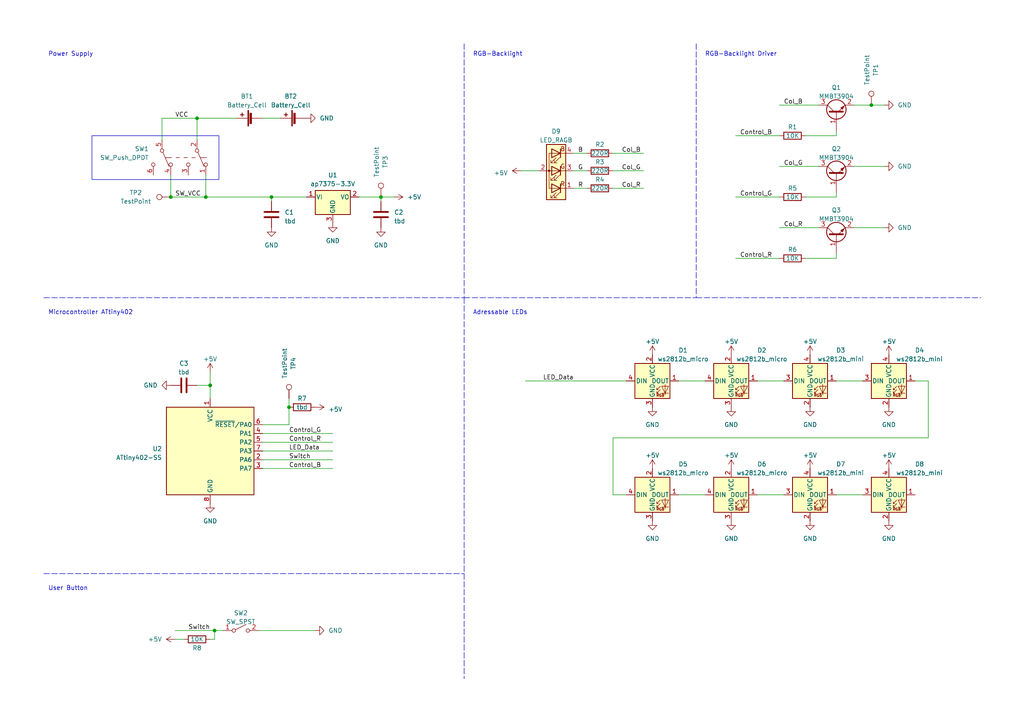
<source format=kicad_sch>
(kicad_sch (version 20230121) (generator eeschema)
  (paper "A4")
  (title_block (title "CCCamp23-Nametag") (date "2023-11-15") (rev "1.0") (comment 3 "driven by ATtiny402 Microcontroller") (comment 4 "Nametag with RGB-Backlight and Addressable LEDs"))
  (lib_symbols
    (symbol "Connector:TestPoint" (pin_numbers hide) (pin_names (offset 0.762) hide)
      (property "Reference" "TP" (at 0 6.858 0))
      (property "Value" "TestPoint" (at 0 5.08 0))
      (symbol "TestPoint_0_1"
        (circle (center 0 3.302) (radius 0.762))
      )
      (symbol "TestPoint_1_1"
        (pin passive line (at 0 0 90) (length 2.54) (name "1") (number "1"))
      )
    )
    (symbol "Device:Battery_Cell" (pin_numbers hide) (pin_names (offset 0) hide)
      (property "Reference" "BT" (at 2.54 2.54 0))
      (property "Value" "Battery_Cell" (at 2.54 0 0))
      (symbol "Battery_Cell_0_1"
        (rectangle (start -2.286 1.778) (end 2.286 1.524) (fill (type outline)))
        (rectangle (start -1.5748 1.1938) (end 1.4732 0.6858) (fill (type outline)))
        (polyline (pts (xy 0 0.762) (xy 0 0)))
        (polyline (pts (xy 0 1.778) (xy 0 2.54)))
        (polyline (pts (xy 0.508 3.429) (xy 1.524 3.429)) (stroke (width 0.254)))
        (polyline (pts (xy 1.016 3.937) (xy 1.016 2.921)) (stroke (width 0.254)))
      )
      (symbol "Battery_Cell_1_1"
        (pin passive line (at 0 5.08 270) (length 2.54) (name "+") (number "1"))
        (pin passive line (at 0 -2.54 90) (length 2.54) (name "-") (number "2"))
      )
    )
    (symbol "Device:C" (pin_numbers hide) (pin_names (offset 0.254))
      (property "Reference" "C" (at 0.635 2.54 0))
      (property "Value" "C" (at 0.635 -2.54 0))
      (symbol "C_0_1"
        (polyline (pts (xy -2.032 -0.762) (xy 2.032 -0.762)) (stroke (width 0.508)))
        (polyline (pts (xy -2.032 0.762) (xy 2.032 0.762)) (stroke (width 0.508)))
      )
      (symbol "C_1_1"
        (pin passive line (at 0 3.81 270) (length 2.794) (name "~") (number "1"))
        (pin passive line (at 0 -3.81 90) (length 2.794) (name "~") (number "2"))
      )
    )
    (symbol "Device:LED_RAGB" (pin_names (offset 0) hide)
      (property "Reference" "D" (at 0 9.398 0))
      (property "Value" "LED_RAGB" (at 0 -8.89 0))
      (symbol "LED_RAGB_0_0"
        (text "B" (at -1.905 -6.35 0) (effects (font (size 1.27 1.27))))
        (text "G" (at -1.905 -1.27 0) (effects (font (size 1.27 1.27))))
        (text "R" (at -1.905 3.81 0) (effects (font (size 1.27 1.27))))
      )
      (symbol "LED_RAGB_0_1"
        (polyline (pts (xy -1.27 -5.08) (xy -2.54 -5.08)))
        (polyline (pts (xy -1.27 -5.08) (xy 1.27 -5.08)))
        (polyline (pts (xy -1.27 -3.81) (xy -1.27 -6.35)) (stroke (width 0.254)))
        (polyline (pts (xy -1.27 0) (xy -2.54 0)))
        (polyline (pts (xy -1.27 1.27) (xy -1.27 -1.27)) (stroke (width 0.254)))
        (polyline (pts (xy -1.27 5.08) (xy -2.54 5.08)))
        (polyline (pts (xy -1.27 5.08) (xy 1.27 5.08)))
        (polyline (pts (xy -1.27 6.35) (xy -1.27 3.81)) (stroke (width 0.254)))
        (polyline (pts (xy 1.27 0) (xy -1.27 0)))
        (polyline (pts (xy 1.27 0) (xy 2.54 0)))
        (polyline (pts (xy -1.27 1.27) (xy -1.27 -1.27) (xy -1.27 -1.27)))
        (polyline (pts (xy -1.27 6.35) (xy -1.27 3.81) (xy -1.27 3.81)))
        (polyline (pts (xy 1.27 -5.08) (xy 2.032 -5.08) (xy 2.032 5.08) (xy 1.27 5.08)))
        (polyline (pts (xy 1.27 -3.81) (xy 1.27 -6.35) (xy -1.27 -5.08) (xy 1.27 -3.81)) (stroke (width 0.254)))
        (polyline (pts (xy 1.27 1.27) (xy 1.27 -1.27) (xy -1.27 0) (xy 1.27 1.27)) (stroke (width 0.254)))
        (polyline (pts (xy 1.27 6.35) (xy 1.27 3.81) (xy -1.27 5.08) (xy 1.27 6.35)) (stroke (width 0.254)))
        (polyline (pts (xy -1.016 -3.81) (xy 0.508 -2.286) (xy -0.254 -2.286) (xy 0.508 -2.286) (xy 0.508 -3.048)))
        (polyline (pts (xy -1.016 1.27) (xy 0.508 2.794) (xy -0.254 2.794) (xy 0.508 2.794) (xy 0.508 2.032)))
        (polyline (pts (xy -1.016 6.35) (xy 0.508 7.874) (xy -0.254 7.874) (xy 0.508 7.874) (xy 0.508 7.112)))
        (polyline (pts (xy 0 -3.81) (xy 1.524 -2.286) (xy 0.762 -2.286) (xy 1.524 -2.286) (xy 1.524 -3.048)))
        (polyline (pts (xy 0 1.27) (xy 1.524 2.794) (xy 0.762 2.794) (xy 1.524 2.794) (xy 1.524 2.032)))
        (polyline (pts (xy 0 6.35) (xy 1.524 7.874) (xy 0.762 7.874) (xy 1.524 7.874) (xy 1.524 7.112)))
        (rectangle (start 1.27 -1.27) (end 1.27 1.27))
        (rectangle (start 1.27 1.27) (end 1.27 1.27))
        (rectangle (start 1.27 3.81) (end 1.27 6.35))
        (rectangle (start 1.27 6.35) (end 1.27 6.35))
        (circle (center 2.032 0) (radius 0.254) (fill (type outline)))
        (rectangle (start 2.794 8.382) (end -2.794 -7.62) (stroke (width 0.254)) (fill (type background)))
      )
      (symbol "LED_RAGB_1_1"
        (pin passive line (at -5.08 5.08 0) (length 2.54) (name "RK") (number "1"))
        (pin passive line (at 5.08 0 180) (length 2.54) (name "A") (number "2"))
        (pin passive line (at -5.08 0 0) (length 2.54) (name "GK") (number "3"))
        (pin passive line (at -5.08 -5.08 0) (length 2.54) (name "BK") (number "4"))
      )
    )
    (symbol "Device:R" (pin_numbers hide) (pin_names (offset 0))
      (property "Reference" "R" (at 2.032 0 90))
      (property "Value" "R" (at 0 0 90))
      (symbol "R_0_1"
        (rectangle (start -1.016 -2.54) (end 1.016 2.54) (stroke (width 0.254)))
      )
      (symbol "R_1_1"
        (pin passive line (at 0 3.81 270) (length 1.27) (name "~") (number "1"))
        (pin passive line (at 0 -3.81 90) (length 1.27) (name "~") (number "2"))
      )
    )
    (symbol "MCU_Microchip_ATtiny:ATtiny402-SS"
      (property "Reference" "U" (at -12.7 13.97 0))
      (property "Value" "ATtiny402-SS" (at 2.54 -13.97 0))
      (symbol "ATtiny402-SS_0_1"
        (rectangle (start -12.7 -12.7) (end 12.7 12.7) (stroke (width 0.254)) (fill (type background)))
      )
      (symbol "ATtiny402-SS_1_1"
        (pin power_in line (at 0 15.24 270) (length 2.54) (name "VCC") (number "1"))
        (pin bidirectional line (at 15.24 -2.54 180) (length 2.54) (name "PA6") (number "2"))
        (pin bidirectional line (at 15.24 -5.08 180) (length 2.54) (name "PA7") (number "3"))
        (pin bidirectional line (at 15.24 5.08 180) (length 2.54) (name "PA1") (number "4"))
        (pin bidirectional line (at 15.24 2.54 180) (length 2.54) (name "PA2") (number "5"))
        (pin bidirectional line (at 15.24 7.62 180) (length 2.54) (name "~{RESET}/PA0") (number "6"))
        (pin bidirectional line (at 15.24 0 180) (length 2.54) (name "PA3") (number "7"))
        (pin power_in line (at 0 -15.24 90) (length 2.54) (name "GND") (number "8"))
      )
    )
    (symbol "Switch:SW_Push_DPDT" (pin_names (offset 0) hide)
      (property "Reference" "SW" (at 0 8.89 0))
      (property "Value" "SW_Push_DPDT" (at 0 -10.16 0))
      (symbol "SW_Push_DPDT_0_0"
        (circle (center -2.032 -5.08) (radius 0.508))
        (circle (center -2.032 5.08) (radius 0.508))
        (circle (center 2.032 -7.62) (radius 0.508))
        (circle (center 2.032 2.54) (radius 0.508))
      )
      (symbol "SW_Push_DPDT_0_1"
        (polyline (pts (xy -1.524 -4.826) (xy 2.54 -3.048)))
        (polyline (pts (xy -1.524 5.334) (xy 2.54 7.112)))
        (polyline (pts (xy 0 -2.286) (xy 0 -4.064)))
        (polyline (pts (xy 0 -1.016) (xy 0 0)))
        (polyline (pts (xy 0 1.27) (xy 0 2.286)))
        (polyline (pts (xy 0 3.556) (xy 0 4.572)))
        (polyline (pts (xy 0 7.874) (xy 0 6.096)))
        (circle (center 2.032 -2.54) (radius 0.508))
        (circle (center 2.032 7.62) (radius 0.508))
      )
      (symbol "SW_Push_DPDT_1_1"
        (pin passive line (at 5.08 7.62 180) (length 2.54) (name "A") (number "1"))
        (pin passive line (at -5.08 5.08 0) (length 2.54) (name "B") (number "2"))
        (pin passive line (at 5.08 2.54 180) (length 2.54) (name "C") (number "3"))
        (pin passive line (at 5.08 -2.54 180) (length 2.54) (name "A") (number "4"))
        (pin passive line (at -5.08 -5.08 0) (length 2.54) (name "B") (number "5"))
        (pin passive line (at 5.08 -7.62 180) (length 2.54) (name "C") (number "6"))
      )
    )
    (symbol "Switch:SW_SPST" (pin_names (offset 0) hide)
      (property "Reference" "SW" (at 0 3.175 0))
      (property "Value" "SW_SPST" (at 0 -2.54 0))
      (symbol "SW_SPST_0_0"
        (circle (center -2.032 0) (radius 0.508))
        (polyline (pts (xy -1.524 0.254) (xy 1.524 1.778)))
        (circle (center 2.032 0) (radius 0.508))
      )
      (symbol "SW_SPST_1_1"
        (pin passive line (at -5.08 0 0) (length 2.54) (name "A") (number "1"))
        (pin passive line (at 5.08 0 180) (length 2.54) (name "B") (number "2"))
      )
    )
    (symbol "Transistor_BJT:MMBT3904" (pin_names (offset 0) hide)
      (property "Reference" "Q" (at 5.08 1.905 0))
      (property "Value" "MMBT3904" (at 5.08 0 0))
      (symbol "MMBT3904_0_1"
        (polyline (pts (xy 0.635 0.635) (xy 2.54 2.54)))
        (polyline (pts (xy 0.635 -0.635) (xy 2.54 -2.54) (xy 2.54 -2.54)))
        (polyline (pts (xy 0.635 1.905) (xy 0.635 -1.905) (xy 0.635 -1.905)) (stroke (width 0.508)))
        (polyline (pts (xy 1.27 -1.778) (xy 1.778 -1.27) (xy 2.286 -2.286) (xy 1.27 -1.778) (xy 1.27 -1.778)) (fill (type outline)))
        (circle (center 1.27 0) (radius 2.8194) (stroke (width 0.254)))
      )
      (symbol "MMBT3904_1_1"
        (pin input line (at -5.08 0 0) (length 5.715) (name "B") (number "1"))
        (pin passive line (at 2.54 -5.08 90) (length 2.54) (name "E") (number "2"))
        (pin passive line (at 2.54 5.08 270) (length 2.54) (name "C") (number "3"))
      )
    )
    (symbol "nametag_hardware_symbols:ap7375-3.3V" (pin_names (offset 0.254))
      (property "Reference" "U" (at -3.81 3.175 0))
      (property "Value" "ap7375-3.3V" (at 0 3.175 0))
      (symbol "ap7375-3.3V_0_1"
        (rectangle (start -5.08 1.905) (end 5.08 -5.08) (stroke (width 0.254)) (fill (type background)))
      )
      (symbol "ap7375-3.3V_1_1"
        (pin power_in line (at -7.62 0 0) (length 2.54) (name "VI") (number "1"))
        (pin power_out line (at 7.62 0 180) (length 2.54) (name "VO") (number "2"))
        (pin power_in line (at 0 -7.62 90) (length 2.54) (name "GND") (number "3"))
      )
    )
    (symbol "nametag_hardware_symbols:ws2812b_micro" (pin_names (offset 0.254))
      (property "Reference" "D" (at 5.08 5.715 0))
      (property "Value" "ws2812b_micro" (at 1.27 -5.715 0))
      (symbol "ws2812b_micro_0_0"
        (text "RGB" (at 2.286 -4.191 0) (effects (font (size 0.762 0.762))))
      )
      (symbol "ws2812b_micro_0_1"
        (polyline (pts (xy 1.27 -3.556) (xy 1.778 -3.556)))
        (polyline (pts (xy 1.27 -2.54) (xy 1.778 -2.54)))
        (polyline (pts (xy 4.699 -3.556) (xy 2.667 -3.556)))
        (polyline (pts (xy 2.286 -2.54) (xy 1.27 -3.556) (xy 1.27 -3.048)))
        (polyline (pts (xy 2.286 -1.524) (xy 1.27 -2.54) (xy 1.27 -2.032)))
        (polyline (pts (xy 3.683 -1.016) (xy 3.683 -3.556) (xy 3.683 -4.064)))
        (polyline (pts (xy 4.699 -1.524) (xy 2.667 -1.524) (xy 3.683 -3.556) (xy 4.699 -1.524)))
        (rectangle (start 5.08 5.08) (end -5.08 -5.08) (stroke (width 0.254)) (fill (type background)))
      )
      (symbol "ws2812b_micro_1_1"
        (pin output line (at 7.62 0 180) (length 2.54) (name "DOUT") (number "1"))
        (pin power_in line (at 0 7.62 270) (length 2.54) (name "VCC") (number "2"))
        (pin power_in line (at 0 -7.62 90) (length 2.54) (name "GND") (number "3"))
        (pin input line (at -7.62 0 0) (length 2.54) (name "DIN") (number "4"))
      )
    )
    (symbol "nametag_hardware_symbols:ws2812b_mini" (pin_names (offset 0.254))
      (property "Reference" "D" (at 5.08 5.715 0))
      (property "Value" "ws2812b_mini" (at 1.27 -5.715 0))
      (symbol "ws2812b_mini_0_0"
        (text "RGB" (at 2.286 -4.191 0) (effects (font (size 0.762 0.762))))
      )
      (symbol "ws2812b_mini_0_1"
        (polyline (pts (xy 1.27 -3.556) (xy 1.778 -3.556)))
        (polyline (pts (xy 1.27 -2.54) (xy 1.778 -2.54)))
        (polyline (pts (xy 4.699 -3.556) (xy 2.667 -3.556)))
        (polyline (pts (xy 2.286 -2.54) (xy 1.27 -3.556) (xy 1.27 -3.048)))
        (polyline (pts (xy 2.286 -1.524) (xy 1.27 -2.54) (xy 1.27 -2.032)))
        (polyline (pts (xy 3.683 -1.016) (xy 3.683 -3.556) (xy 3.683 -4.064)))
        (polyline (pts (xy 4.699 -1.524) (xy 2.667 -1.524) (xy 3.683 -3.556) (xy 4.699 -1.524)))
        (rectangle (start 5.08 5.08) (end -5.08 -5.08) (stroke (width 0.254)) (fill (type background)))
      )
      (symbol "ws2812b_mini_1_1"
        (pin output line (at 7.62 0 180) (length 2.54) (name "DOUT") (number "1"))
        (pin power_in line (at 0 -7.62 90) (length 2.54) (name "GND") (number "2"))
        (pin input line (at -7.62 0 0) (length 2.54) (name "DIN") (number "3"))
        (pin power_in line (at 0 7.62 270) (length 2.54) (name "VCC") (number "4"))
      )
    )
    (symbol "power:+5V" (power) (pin_names (offset 0))
      (property "Value" "+5V" (at 0 3.556 0))
      (symbol "+5V_0_1"
        (polyline (pts (xy -0.762 1.27) (xy 0 2.54)))
        (polyline (pts (xy 0 0) (xy 0 2.54)))
        (polyline (pts (xy 0 2.54) (xy 0.762 1.27)))
      )
      (symbol "+5V_1_1"
        (pin power_in line (at 0 0 90) (length 0) hide (name "+5V") (number "1"))
      )
    )
    (symbol "power:GND" (power) (pin_names (offset 0))
      (property "Value" "GND" (at 0 -3.81 0))
      (symbol "GND_0_1"
        (polyline (pts (xy 0 0) (xy 0 -1.27) (xy 1.27 -1.27) (xy 0 -2.54) (xy -1.27 -1.27) (xy 0 -1.27)))
      )
      (symbol "GND_1_1"
        (pin power_in line (at 0 0 270) (length 0) hide (name "GND") (number "1"))
      )
    )
  )
  (junction (at 83.82 118.11))
  (junction (at 252.73 30.48))
  (junction (at 78.74 57.15))
  (junction (at 57.15 34.29))
  (junction (at 110.49 57.15))
  (junction (at 62.23 182.88))
  (junction (at 60.96 111.76))
  (junction (at 59.69 57.15))
  (junction (at 49.53 57.15))
  (wire (pts (xy 177.8 44.45) (xy 186.69 44.45)))
  (wire (pts (xy 177.8 127) (xy 177.8 143.51)))
  (wire (pts (xy 78.74 57.15) (xy 88.9 57.15)))
  (wire (pts (xy 233.68 57.15) (xy 242.57 57.15)))
  (wire (pts (xy 226.06 48.26) (xy 237.49 48.26)))
  (wire (pts (xy 166.37 54.61) (xy 170.18 54.61)))
  (wire (pts (xy 59.69 50.8) (xy 59.69 57.15)))
  (wire (pts (xy 242.57 110.49) (xy 250.19 110.49)))
  (polyline (pts (xy 134.62 86.36) (xy 201.93 86.36)) (stroke (width 0) (type dash)))
  (wire (pts (xy 226.06 30.48) (xy 237.49 30.48)))
  (wire (pts (xy 177.8 143.51) (xy 181.61 143.51)))
  (polyline (pts (xy 201.93 86.36) (xy 284.48 86.36)) (stroke (width 0) (type dash)))
  (wire (pts (xy 57.15 34.29) (xy 57.15 40.64)))
  (wire (pts (xy 60.96 107.95) (xy 60.96 111.76)))
  (wire (pts (xy 110.49 57.15) (xy 114.3 57.15)))
  (wire (pts (xy 60.96 111.76) (xy 60.96 115.57)))
  (wire (pts (xy 76.2 133.35) (xy 96.52 133.35)))
  (wire (pts (xy 76.2 125.73) (xy 96.52 125.73)))
  (wire (pts (xy 76.2 123.19) (xy 83.82 123.19)))
  (wire (pts (xy 213.36 39.37) (xy 226.06 39.37)))
  (wire (pts (xy 60.96 185.42) (xy 62.23 185.42)))
  (wire (pts (xy 74.93 182.88) (xy 91.44 182.88)))
  (polyline (pts (xy 134.62 12.7) (xy 134.62 86.36)) (stroke (width 0) (type dash)))
  (wire (pts (xy 57.15 111.76) (xy 60.96 111.76)))
  (wire (pts (xy 104.14 57.15) (xy 110.49 57.15)))
  (polyline (pts (xy 12.7 166.37) (xy 134.62 166.37)) (stroke (width 0) (type dash)))
  (wire (pts (xy 76.2 135.89) (xy 96.52 135.89)))
  (wire (pts (xy 76.2 130.81) (xy 96.52 130.81)))
  (wire (pts (xy 242.57 38.1) (xy 242.57 39.37)))
  (wire (pts (xy 247.65 48.26) (xy 256.54 48.26)))
  (wire (pts (xy 49.53 50.8) (xy 49.53 57.15)))
  (wire (pts (xy 83.82 118.11) (xy 83.82 115.57)))
  (polyline (pts (xy 12.7 86.36) (xy 134.62 86.36)) (stroke (width 0) (type dash)))
  (wire (pts (xy 81.28 34.29) (xy 76.2 34.29)))
  (polyline (pts (xy 134.62 86.36) (xy 134.62 196.85)) (stroke (width 0) (type dash)))
  (wire (pts (xy 252.73 30.48) (xy 256.54 30.48)))
  (wire (pts (xy 166.37 44.45) (xy 170.18 44.45)))
  (wire (pts (xy 219.71 143.51) (xy 227.33 143.51)))
  (wire (pts (xy 46.99 34.29) (xy 57.15 34.29)))
  (wire (pts (xy 110.49 57.15) (xy 110.49 58.42)))
  (wire (pts (xy 226.06 66.04) (xy 237.49 66.04)))
  (wire (pts (xy 78.74 58.42) (xy 78.74 57.15)))
  (wire (pts (xy 49.53 57.15) (xy 59.69 57.15)))
  (wire (pts (xy 233.68 39.37) (xy 242.57 39.37)))
  (wire (pts (xy 219.71 110.49) (xy 227.33 110.49)))
  (wire (pts (xy 196.85 143.51) (xy 204.47 143.51)))
  (polyline (pts (xy 201.93 86.36) (xy 201.93 86.36)) (stroke (width 0) (type dash)))
  (wire (pts (xy 62.23 182.88) (xy 64.77 182.88)))
  (wire (pts (xy 53.34 185.42) (xy 50.8 185.42)))
  (wire (pts (xy 247.65 30.48) (xy 252.73 30.48)))
  (wire (pts (xy 242.57 143.51) (xy 250.19 143.51)))
  (wire (pts (xy 76.2 128.27) (xy 96.52 128.27)))
  (wire (pts (xy 196.85 110.49) (xy 204.47 110.49)))
  (wire (pts (xy 59.69 57.15) (xy 78.74 57.15)))
  (wire (pts (xy 269.24 110.49) (xy 269.24 127)))
  (wire (pts (xy 177.8 49.53) (xy 186.69 49.53)))
  (wire (pts (xy 62.23 185.42) (xy 62.23 182.88)))
  (wire (pts (xy 242.57 73.66) (xy 242.57 74.93)))
  (wire (pts (xy 152.4 110.49) (xy 181.61 110.49)))
  (wire (pts (xy 265.43 110.49) (xy 269.24 110.49)))
  (wire (pts (xy 166.37 49.53) (xy 170.18 49.53)))
  (wire (pts (xy 213.36 74.93) (xy 226.06 74.93)))
  (wire (pts (xy 50.8 182.88) (xy 62.23 182.88)))
  (wire (pts (xy 151.13 49.53) (xy 156.21 49.53)))
  (wire (pts (xy 46.99 40.64) (xy 46.99 34.29)))
  (wire (pts (xy 57.15 34.29) (xy 68.58 34.29)))
  (wire (pts (xy 213.36 57.15) (xy 226.06 57.15)))
  (wire (pts (xy 247.65 66.04) (xy 256.54 66.04)))
  (wire (pts (xy 83.82 123.19) (xy 83.82 118.11)))
  (wire (pts (xy 233.68 74.93) (xy 242.57 74.93)))
  (wire (pts (xy 177.8 54.61) (xy 186.69 54.61)))
  (polyline (pts (xy 201.93 12.7) (xy 201.93 86.36)) (stroke (width 0) (type dash)))
  (wire (pts (xy 269.24 127) (xy 177.8 127)))
  (wire (pts (xy 242.57 55.88) (xy 242.57 57.15)))
  (rectangle (start 26.67 39.37) (end 63.5 52.07))
  (text "Power Supply" (at 13.97 16.51 0) (effects (font (size 1.27 1.27)) (justify left bottom)))
  (text "User Button" (at 13.97 171.45 0) (effects (font (size 1.27 1.27)) (justify left bottom)))
  (text "Adressable LEDs" (at 137.16 91.44 0) (effects (font (size 1.27 1.27)) (justify left bottom)))
  (text "RGB-Backlight" (at 137.16 16.51 0) (effects (font (size 1.27 1.27)) (justify left bottom)))
  (text "Microcontroller ATtiny402" (at 13.97 91.44 0) (effects (font (size 1.27 1.27)) (justify left bottom)))
  (text "RGB-Backlight Driver" (at 204.47 16.51 0) (effects (font (size 1.27 1.27)) (justify left bottom)))
  (label "Col_G" (at 180.34 49.53 0))
  (label "Col_R" (at 227.33 66.04 0))
  (label "Switch" (at 54.61 182.88 0))
  (label "Control_B" (at 83.82 135.89 0))
  (label "LED_Data" (at 83.82 130.81 0))
  (label "Col_B" (at 227.33 30.48 0))
  (label "Control_G" (at 83.82 125.73 0))
  (label "Control_R" (at 83.82 128.27 0))
  (label "VCC" (at 50.8 34.29 0))
  (label "G" (at 167.64 49.53 0))
  (label "Col_R" (at 180.34 54.61 0))
  (label "Control_R" (at 214.63 74.93 0))
  (label "Control_B" (at 214.63 39.37 0))
  (label "R" (at 167.64 54.61 0))
  (label "SW_VCC" (at 50.8 57.15 0))
  (label "Switch" (at 83.82 133.35 0))
  (label "Col_B" (at 180.34 44.45 0))
  (label "Control_G" (at 214.63 57.15 0))
  (label "Col_G" (at 227.33 48.26 0))
  (label "B" (at 167.64 44.45 0))
  (label "LED_Data" (at 157.48 110.49 0))
  (symbol (lib_id "Connector:TestPoint") (at 110.49 57.15 0) (unit 1)
    (property "Reference" "TP3" (at 111.76 46.99 90))
    (property "Value" "TestPoint" (at 109.22 46.99 90))
    (property "Footprint" "TestPoint:TestPoint_Pad_D1.5mm" (effects hide))
  )
  (symbol (lib_id "power:GND") (at 257.81 118.11 0) (unit 1)
    (property "Reference" "#PWR020" (effects hide))
    (property "Value" "GND" (at 257.81 123.19 0))
  )
  (symbol (lib_id "power:GND") (at 78.74 66.04 0) (unit 1)
    (property "Reference" "#PWR07" (effects hide))
    (property "Value" "GND" (at 78.74 71.12 0))
  )
  (symbol (lib_id "Switch:SW_SPST") (at 69.85 182.88 0) (unit 1)
    (property "Reference" "SW2" (at 69.85 177.8 0))
    (property "Value" "SW_SPST" (at 69.85 180.34 0))
    (property "Footprint" "nametag_hardware_footprints:pts526" (effects hide))
  )
  (symbol (lib_id "power:GND") (at 256.54 48.26 90) (unit 1)
    (property "Reference" "#PWR04" (effects hide))
    (property "Value" "GND" (at 260.35 48.26 90) (effects (justify right)))
  )
  (symbol (lib_id "power:GND") (at 60.96 146.05 0) (unit 1)
    (property "Reference" "#PWR025" (effects hide))
    (property "Value" "GND" (at 60.96 151.13 0))
  )
  (symbol (lib_id "Device:R") (at 173.99 54.61 90) (unit 1)
    (property "Reference" "R4" (at 173.99 52.07 90))
    (property "Value" "220R" (at 173.99 54.61 90))
    (property "Footprint" "Resistor_SMD:R_0603_1608Metric" (effects hide))
  )
  (symbol (lib_id "Device:R") (at 229.87 39.37 90) (unit 1)
    (property "Reference" "R1" (at 229.87 36.83 90))
    (property "Value" "10K" (at 229.87 39.37 90))
    (property "Footprint" "Resistor_SMD:R_0603_1608Metric" (effects hide))
  )
  (symbol (lib_id "Device:R") (at 87.63 118.11 270) (unit 1)
    (property "Reference" "R7" (at 87.63 115.57 90))
    (property "Value" "tbd" (at 87.63 118.11 90))
    (property "Footprint" "Resistor_SMD:R_0603_1608Metric" (effects hide))
  )
  (symbol (lib_id "power:+5V") (at 234.95 135.89 0) (unit 1)
    (property "Reference" "#PWR023" (effects hide))
    (property "Value" "+5V" (at 234.95 132.08 0))
  )
  (symbol (lib_id "power:GND") (at 234.95 151.13 0) (unit 1)
    (property "Reference" "#PWR028" (effects hide))
    (property "Value" "GND" (at 234.95 156.21 0))
  )
  (symbol (lib_id "Transistor_BJT:MMBT3904") (at 242.57 68.58 90) (unit 1)
    (property "Reference" "Q3" (at 242.57 60.96 90))
    (property "Value" "MMBT3904" (at 242.57 63.5 90))
    (property "Footprint" "Package_TO_SOT_SMD:SOT-23" (effects hide))
    (property "Datasheet" "https://www.onsemi.com/pub/Collateral/2N3903-D.PDF" (effects hide))
  )
  (symbol (lib_id "power:+5V") (at 234.95 102.87 0) (unit 1)
    (property "Reference" "#PWR014" (effects hide))
    (property "Value" "+5V" (at 234.95 99.06 0))
  )
  (symbol (lib_id "power:GND") (at 256.54 66.04 90) (unit 1)
    (property "Reference" "#PWR09" (effects hide))
    (property "Value" "GND" (at 260.35 66.04 90) (effects (justify right)))
  )
  (symbol (lib_id "nametag_hardware_symbols:ws2812b_micro") (at 189.23 143.51 0) (unit 1)
    (property "Reference" "D5" (at 198.12 134.62 0))
    (property "Value" "ws2812b_micro" (at 198.12 137.16 0))
    (property "Footprint" "nametag_hardware_footprints:ws2812b_micro" (effects hide))
  )
  (symbol (lib_id "Device:R") (at 173.99 49.53 90) (unit 1)
    (property "Reference" "R3" (at 173.99 46.99 90))
    (property "Value" "220R" (at 173.99 49.53 90))
    (property "Footprint" "Resistor_SMD:R_0603_1608Metric" (effects hide))
  )
  (symbol (lib_id "power:+5V") (at 212.09 102.87 0) (unit 1)
    (property "Reference" "#PWR013" (effects hide))
    (property "Value" "+5V" (at 212.09 99.06 0))
  )
  (symbol (lib_id "nametag_hardware_symbols:ws2812b_micro") (at 189.23 110.49 0) (unit 1)
    (property "Reference" "D1" (at 198.12 101.6 0))
    (property "Value" "ws2812b_micro" (at 198.12 104.14 0))
    (property "Footprint" "nametag_hardware_footprints:ws2812b_micro" (effects hide))
  )
  (symbol (lib_id "nametag_hardware_symbols:ap7375-3.3V") (at 96.52 57.15 0) (unit 1)
    (property "Reference" "U1" (at 96.52 50.8 0))
    (property "Value" "ap7375-3.3V" (at 96.52 53.34 0))
    (property "Footprint" "Package_TO_SOT_SMD:SOT-23" (effects hide))
    (property "Datasheet" "https://www.diodes.com/assets/Datasheets/AP7375.pdf" (effects hide))
  )
  (symbol (lib_id "power:+5V") (at 212.09 135.89 0) (unit 1)
    (property "Reference" "#PWR022" (effects hide))
    (property "Value" "+5V" (at 212.09 132.08 0))
  )
  (symbol (lib_id "Device:R") (at 173.99 44.45 90) (unit 1)
    (property "Reference" "R2" (at 173.99 41.91 90))
    (property "Value" "220R" (at 173.99 44.45 90))
    (property "Footprint" "Resistor_SMD:R_0603_1608Metric" (effects hide))
  )
  (symbol (lib_id "Switch:SW_Push_DPDT") (at 52.07 45.72 270) (unit 1)
    (property "Reference" "SW1" (at 43.18 43.18 90) (effects (justify right)))
    (property "Value" "SW_Push_DPDT" (at 43.18 45.72 90) (effects (justify right)))
    (property "Footprint" "Button_Switch_SMD:SW_DPDT_CK_JS202011JCQN" (effects hide))
  )
  (symbol (lib_id "power:GND") (at 212.09 118.11 0) (unit 1)
    (property "Reference" "#PWR018" (effects hide))
    (property "Value" "GND" (at 212.09 123.19 0))
  )
  (symbol (lib_id "power:+5V") (at 257.81 135.89 0) (unit 1)
    (property "Reference" "#PWR024" (effects hide))
    (property "Value" "+5V" (at 257.81 132.08 0))
  )
  (symbol (lib_id "power:+5V") (at 189.23 102.87 0) (unit 1)
    (property "Reference" "#PWR012" (effects hide))
    (property "Value" "+5V" (at 189.23 99.06 0))
  )
  (symbol (lib_id "power:+5V") (at 60.96 107.95 0) (unit 1)
    (property "Reference" "#PWR010" (effects hide))
    (property "Value" "+5V" (at 60.96 104.14 0))
  )
  (symbol (lib_id "power:GND") (at 212.09 151.13 0) (unit 1)
    (property "Reference" "#PWR027" (effects hide))
    (property "Value" "GND" (at 212.09 156.21 0))
  )
  (symbol (lib_id "Transistor_BJT:MMBT3904") (at 242.57 50.8 90) (unit 1)
    (property "Reference" "Q2" (at 242.57 43.18 90))
    (property "Value" "MMBT3904" (at 242.57 45.72 90))
    (property "Footprint" "Package_TO_SOT_SMD:SOT-23" (effects hide))
    (property "Datasheet" "https://www.onsemi.com/pub/Collateral/2N3903-D.PDF" (effects hide))
  )
  (symbol (lib_id "power:GND") (at 257.81 151.13 0) (unit 1)
    (property "Reference" "#PWR029" (effects hide))
    (property "Value" "GND" (at 257.81 156.21 0))
  )
  (symbol (lib_id "nametag_hardware_symbols:ws2812b_mini") (at 234.95 143.51 0) (unit 1)
    (property "Reference" "D7" (at 243.84 134.62 0))
    (property "Value" "ws2812b_mini" (at 243.84 137.16 0))
    (property "Footprint" "nametag_hardware_footprints:ws2812b_mini" (effects hide))
  )
  (symbol (lib_id "nametag_hardware_symbols:ws2812b_mini") (at 234.95 110.49 0) (unit 1)
    (property "Reference" "D3" (at 243.84 101.6 0))
    (property "Value" "ws2812b_mini" (at 243.84 104.14 0))
    (property "Footprint" "nametag_hardware_footprints:ws2812b_mini" (effects hide))
  )
  (symbol (lib_id "Device:C") (at 78.74 62.23 0) (unit 1)
    (property "Reference" "C1" (at 82.55 61.595 0) (effects (justify left)))
    (property "Value" "tbd" (at 82.55 64.135 0) (effects (justify left)))
    (property "Footprint" "Capacitor_SMD:C_0603_1608Metric" (effects hide))
  )
  (symbol (lib_id "Connector:TestPoint") (at 252.73 30.48 0) (unit 1)
    (property "Reference" "TP1" (at 254 20.32 90))
    (property "Value" "TestPoint" (at 251.46 20.32 90))
    (property "Footprint" "TestPoint:TestPoint_Pad_D1.5mm" (effects hide))
  )
  (symbol (lib_id "nametag_hardware_symbols:ws2812b_micro") (at 212.09 110.49 0) (unit 1)
    (property "Reference" "D2" (at 220.98 101.6 0))
    (property "Value" "ws2812b_micro" (at 220.98 104.14 0))
    (property "Footprint" "nametag_hardware_footprints:ws2812b_micro" (effects hide))
  )
  (symbol (lib_id "power:GND") (at 256.54 30.48 90) (unit 1)
    (property "Reference" "#PWR01" (effects hide))
    (property "Value" "GND" (at 260.35 30.48 90) (effects (justify right)))
  )
  (symbol (lib_id "nametag_hardware_symbols:ws2812b_mini") (at 257.81 143.51 0) (unit 1)
    (property "Reference" "D8" (at 266.7 134.62 0))
    (property "Value" "ws2812b_mini" (at 266.7 137.16 0))
    (property "Footprint" "nametag_hardware_footprints:ws2812b_mini" (effects hide))
  )
  (symbol (lib_id "power:GND") (at 49.53 111.76 270) (unit 1)
    (property "Reference" "#PWR011" (effects hide))
    (property "Value" "GND" (at 45.72 111.76 90) (effects (justify right)))
  )
  (symbol (lib_id "Connector:TestPoint") (at 83.82 115.57 0) (unit 1)
    (property "Reference" "TP4" (at 85.09 105.41 90))
    (property "Value" "TestPoint" (at 82.55 105.41 90))
    (property "Footprint" "TestPoint:TestPoint_Pad_D1.5mm" (effects hide))
  )
  (symbol (lib_id "power:GND") (at 189.23 151.13 0) (unit 1)
    (property "Reference" "#PWR026" (effects hide))
    (property "Value" "GND" (at 189.23 156.21 0))
  )
  (symbol (lib_id "power:GND") (at 110.49 66.04 0) (unit 1)
    (property "Reference" "#PWR08" (effects hide))
    (property "Value" "GND" (at 110.49 71.12 0))
  )
  (symbol (lib_id "Device:Battery_Cell") (at 86.36 34.29 90) (unit 1)
    (property "Reference" "BT2" (at 84.328 27.94 90))
    (property "Value" "Battery_Cell" (at 84.328 30.48 90))
    (property "Footprint" "Battery:BatteryHolder_MPD_BC2003_1x2032" (effects hide))
  )
  (symbol (lib_id "Device:R") (at 229.87 57.15 90) (unit 1)
    (property "Reference" "R5" (at 229.87 54.61 90))
    (property "Value" "10K" (at 229.87 57.15 90))
    (property "Footprint" "Resistor_SMD:R_0603_1608Metric" (effects hide))
  )
  (symbol (lib_id "nametag_hardware_symbols:ws2812b_micro") (at 212.09 143.51 0) (unit 1)
    (property "Reference" "D6" (at 220.98 134.62 0))
    (property "Value" "ws2812b_micro" (at 220.98 137.16 0))
    (property "Footprint" "nametag_hardware_footprints:ws2812b_micro" (effects hide))
  )
  (symbol (lib_id "power:GND") (at 96.52 64.77 0) (unit 1)
    (property "Reference" "#PWR06" (effects hide))
    (property "Value" "GND" (at 96.52 69.85 0))
  )
  (symbol (lib_id "power:GND") (at 91.44 182.88 90) (unit 1)
    (property "Reference" "#PWR030" (effects hide))
    (property "Value" "GND" (at 95.25 182.88 90) (effects (justify right)))
  )
  (symbol (lib_id "power:+5V") (at 50.8 185.42 90) (unit 1)
    (property "Reference" "#PWR031" (effects hide))
    (property "Value" "+5V" (at 46.99 185.42 90) (effects (justify left)))
  )
  (symbol (lib_id "Connector:TestPoint") (at 49.53 57.15 90) (unit 1)
    (property "Reference" "TP2" (at 39.37 55.88 90))
    (property "Value" "TestPoint" (at 39.37 58.42 90))
    (property "Footprint" "TestPoint:TestPoint_Pad_D1.5mm" (effects hide))
  )
  (symbol (lib_id "Device:LED_RAGB") (at 161.29 49.53 180) (unit 1)
    (property "Reference" "D9" (at 161.29 38.1 0))
    (property "Value" "LED_RAGB" (at 161.29 40.64 0))
    (property "Footprint" "Connector_PinHeader_1.27mm:PinHeader_1x04_P1.27mm_Vertical" (effects hide))
  )
  (symbol (lib_id "power:GND") (at 88.9 34.29 90) (unit 1)
    (property "Reference" "#PWR02" (effects hide))
    (property "Value" "GND" (at 92.71 34.29 90) (effects (justify right)))
  )
  (symbol (lib_id "Device:R") (at 57.15 185.42 270) (unit 1)
    (property "Reference" "R8" (at 57.15 187.96 90))
    (property "Value" "10K" (at 57.15 185.42 90))
    (property "Footprint" "Resistor_SMD:R_0603_1608Metric" (effects hide))
  )
  (symbol (lib_id "power:+5V") (at 257.81 102.87 0) (unit 1)
    (property "Reference" "#PWR015" (effects hide))
    (property "Value" "+5V" (at 257.81 99.06 0))
  )
  (symbol (lib_id "power:+5V") (at 114.3 57.15 270) (unit 1)
    (property "Reference" "#PWR05" (effects hide))
    (property "Value" "+5V" (at 118.11 57.15 90) (effects (justify left)))
  )
  (symbol (lib_id "power:GND") (at 189.23 118.11 0) (unit 1)
    (property "Reference" "#PWR017" (effects hide))
    (property "Value" "GND" (at 189.23 123.19 0))
  )
  (symbol (lib_id "MCU_Microchip_ATtiny:ATtiny402-SS") (at 60.96 130.81 0) (unit 1)
    (property "Reference" "U2" (at 46.99 130.175 0) (effects (justify right)))
    (property "Value" "ATtiny402-SS" (at 46.99 132.715 0) (effects (justify right)))
    (property "Footprint" "Package_SO:SOIC-8_3.9x4.9mm_P1.27mm" (effects hide))
    (property "Datasheet" "http://ww1.microchip.com/downloads/en/DeviceDoc/ATtiny202-402-AVR-MCU-with-Core-Independent-Peripherals_and-picoPower-40001969A.pdf" (effects hide))
  )
  (symbol (lib_id "Transistor_BJT:MMBT3904") (at 242.57 33.02 90) (unit 1)
    (property "Reference" "Q1" (at 242.57 25.4 90))
    (property "Value" "MMBT3904" (at 242.57 27.94 90))
    (property "Footprint" "Package_TO_SOT_SMD:SOT-23" (effects hide))
    (property "Datasheet" "https://www.onsemi.com/pub/Collateral/2N3903-D.PDF" (effects hide))
  )
  (symbol (lib_id "nametag_hardware_symbols:ws2812b_mini") (at 257.81 110.49 0) (unit 1)
    (property "Reference" "D4" (at 266.7 101.6 0))
    (property "Value" "ws2812b_mini" (at 266.7 104.14 0))
    (property "Footprint" "nametag_hardware_footprints:ws2812b_mini" (effects hide))
  )
  (symbol (lib_id "power:+5V") (at 189.23 135.89 0) (unit 1)
    (property "Reference" "#PWR021" (effects hide))
    (property "Value" "+5V" (at 189.23 132.08 0))
  )
  (symbol (lib_id "power:+5V") (at 151.13 49.53 90) (unit 1)
    (property "Reference" "#PWR03" (effects hide))
    (property "Value" "+5V" (at 147.32 50.165 90) (effects (justify left)))
  )
  (symbol (lib_id "Device:Battery_Cell") (at 73.66 34.29 90) (unit 1)
    (property "Reference" "BT1" (at 71.628 27.94 90))
    (property "Value" "Battery_Cell" (at 71.628 30.48 90))
    (property "Footprint" "Battery:BatteryHolder_MPD_BC2003_1x2032" (effects hide))
  )
  (symbol (lib_id "Device:C") (at 110.49 62.23 0) (unit 1)
    (property "Reference" "C2" (at 114.3 61.595 0) (effects (justify left)))
    (property "Value" "tbd" (at 114.3 64.135 0) (effects (justify left)))
    (property "Footprint" "Capacitor_SMD:C_0603_1608Metric" (effects hide))
  )
  (symbol (lib_id "Device:R") (at 229.87 74.93 90) (unit 1)
    (property "Reference" "R6" (at 229.87 72.39 90))
    (property "Value" "10K" (at 229.87 74.93 90))
    (property "Footprint" "Resistor_SMD:R_0603_1608Metric" (effects hide))
  )
  (symbol (lib_id "power:+5V") (at 91.44 118.11 270) (unit 1)
    (property "Reference" "#PWR016" (effects hide))
    (property "Value" "+5V" (at 95.25 118.745 90) (effects (justify left)))
  )
  (symbol (lib_id "power:GND") (at 234.95 118.11 0) (unit 1)
    (property "Reference" "#PWR019" (effects hide))
    (property "Value" "GND" (at 234.95 123.19 0))
  )
  (symbol (lib_id "Device:C") (at 53.34 111.76 90) (unit 1)
    (property "Reference" "C3" (at 53.34 105.41 90))
    (property "Value" "tbd" (at 53.34 107.95 90))
    (property "Footprint" "Capacitor_SMD:C_0603_1608Metric" (effects hide))
  )
)
</source>
